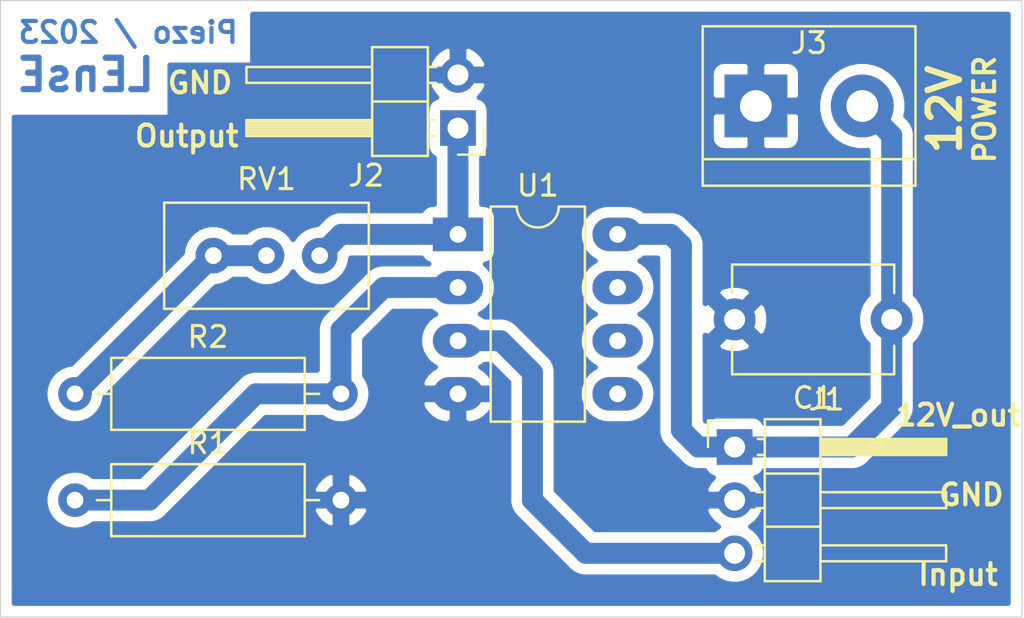
<source format=kicad_pcb>
(kicad_pcb (version 20171130) (host pcbnew "(5.0.1)-4")

  (general
    (thickness 1.6)
    (drawings 13)
    (tracks 26)
    (zones 0)
    (modules 8)
    (nets 7)
  )

  (page A4)
  (layers
    (0 F.Cu signal)
    (31 B.Cu signal)
    (32 B.Adhes user)
    (33 F.Adhes user)
    (34 B.Paste user)
    (35 F.Paste user)
    (36 B.SilkS user)
    (37 F.SilkS user)
    (38 B.Mask user)
    (39 F.Mask user)
    (40 Dwgs.User user)
    (41 Cmts.User user)
    (42 Eco1.User user)
    (43 Eco2.User user)
    (44 Edge.Cuts user)
    (45 Margin user)
    (46 B.CrtYd user)
    (47 F.CrtYd user)
    (48 B.Fab user)
    (49 F.Fab user)
  )

  (setup
    (last_trace_width 0.25)
    (user_trace_width 0.8)
    (user_trace_width 1)
    (trace_clearance 0.2)
    (zone_clearance 0.508)
    (zone_45_only no)
    (trace_min 0.2)
    (segment_width 0.2)
    (edge_width 0.05)
    (via_size 0.8)
    (via_drill 0.4)
    (via_min_size 0.4)
    (via_min_drill 0.3)
    (user_via 1.2 0.7)
    (user_via 1.4 0.8)
    (uvia_size 0.3)
    (uvia_drill 0.1)
    (uvias_allowed no)
    (uvia_min_size 0.2)
    (uvia_min_drill 0.1)
    (pcb_text_width 0.3)
    (pcb_text_size 1.5 1.5)
    (mod_edge_width 0.12)
    (mod_text_size 1 1)
    (mod_text_width 0.15)
    (pad_size 1.7 1.7)
    (pad_drill 0.8)
    (pad_to_mask_clearance 0.05)
    (solder_mask_min_width 0.25)
    (aux_axis_origin 0 0)
    (visible_elements 7FFFFFFF)
    (pcbplotparams
      (layerselection 0x010fc_ffffffff)
      (usegerberextensions false)
      (usegerberattributes true)
      (usegerberadvancedattributes true)
      (creategerberjobfile true)
      (excludeedgelayer true)
      (linewidth 0.100000)
      (plotframeref false)
      (viasonmask false)
      (mode 1)
      (useauxorigin false)
      (hpglpennumber 1)
      (hpglpenspeed 20)
      (hpglpendiameter 15.000000)
      (psnegative false)
      (psa4output false)
      (plotreference true)
      (plotvalue true)
      (plotinvisibletext false)
      (padsonsilk false)
      (subtractmaskfromsilk false)
      (outputformat 1)
      (mirror false)
      (drillshape 0)
      (scaleselection 1)
      (outputdirectory "gerber"))
  )

  (net 0 "")
  (net 1 12V)
  (net 2 GND)
  (net 3 "Net-(J1-Pad3)")
  (net 4 "Net-(J2-Pad1)")
  (net 5 "Net-(R1-Pad1)")
  (net 6 "Net-(R2-Pad1)")

  (net_class Default "This is the default net class."
    (clearance 0.2)
    (trace_width 0.25)
    (via_dia 0.8)
    (via_drill 0.4)
    (uvia_dia 0.3)
    (uvia_drill 0.1)
    (add_net 12V)
    (add_net GND)
    (add_net "Net-(J1-Pad3)")
    (add_net "Net-(J2-Pad1)")
    (add_net "Net-(R1-Pad1)")
    (add_net "Net-(R2-Pad1)")
  )

  (module Capacitor_THT:C_Disc_D7.5mm_W5.0mm_P7.50mm (layer F.Cu) (tedit 5AE50EF0) (tstamp 649E27D9)
    (at 174.632 142.748 180)
    (descr "C, Disc series, Radial, pin pitch=7.50mm, , diameter*width=7.5*5.0mm^2, Capacitor, http://www.vishay.com/docs/28535/vy2series.pdf")
    (tags "C Disc series Radial pin pitch 7.50mm  diameter 7.5mm width 5.0mm Capacitor")
    (path /649DFE7E)
    (fp_text reference C1 (at 3.75 -3.75) (layer F.SilkS)
      (effects (font (size 1 1) (thickness 0.15)))
    )
    (fp_text value 100n (at 3.75 3.75) (layer F.Fab)
      (effects (font (size 1 1) (thickness 0.15)))
    )
    (fp_line (start 8.75 -2.75) (end -1.25 -2.75) (layer F.CrtYd) (width 0.05))
    (fp_line (start 8.75 2.75) (end 8.75 -2.75) (layer F.CrtYd) (width 0.05))
    (fp_line (start -1.25 2.75) (end 8.75 2.75) (layer F.CrtYd) (width 0.05))
    (fp_line (start -1.25 -2.75) (end -1.25 2.75) (layer F.CrtYd) (width 0.05))
    (fp_line (start 7.62 1.256) (end 7.62 2.62) (layer F.SilkS) (width 0.12))
    (fp_line (start 7.62 -2.62) (end 7.62 -1.256) (layer F.SilkS) (width 0.12))
    (fp_line (start -0.12 1.256) (end -0.12 2.62) (layer F.SilkS) (width 0.12))
    (fp_line (start -0.12 -2.62) (end -0.12 -1.256) (layer F.SilkS) (width 0.12))
    (fp_line (start -0.12 2.62) (end 7.62 2.62) (layer F.SilkS) (width 0.12))
    (fp_line (start -0.12 -2.62) (end 7.62 -2.62) (layer F.SilkS) (width 0.12))
    (fp_line (start 7.5 -2.5) (end 0 -2.5) (layer F.Fab) (width 0.1))
    (fp_line (start 7.5 2.5) (end 7.5 -2.5) (layer F.Fab) (width 0.1))
    (fp_line (start 0 2.5) (end 7.5 2.5) (layer F.Fab) (width 0.1))
    (fp_line (start 0 -2.5) (end 0 2.5) (layer F.Fab) (width 0.1))
    (fp_text user %R (at 3.75 0) (layer F.Fab)
      (effects (font (size 1 1) (thickness 0.15)))
    )
    (pad 1 thru_hole circle (at 0 0 180) (size 2 2) (drill 1) (layers *.Cu *.Mask)
      (net 1 12V))
    (pad 2 thru_hole circle (at 7.5 0 180) (size 2 2) (drill 1) (layers *.Cu *.Mask)
      (net 2 GND))
    (model ${KISYS3DMOD}/Capacitor_THT.3dshapes/C_Disc_D7.5mm_W5.0mm_P7.50mm.wrl
      (at (xyz 0 0 0))
      (scale (xyz 1 1 1))
      (rotate (xyz 0 0 0))
    )
  )

  (module Connector_PinHeader_2.54mm:PinHeader_1x03_P2.54mm_Horizontal (layer F.Cu) (tedit 59FED5CB) (tstamp 649E2819)
    (at 167.132 148.844)
    (descr "Through hole angled pin header, 1x03, 2.54mm pitch, 6mm pin length, single row")
    (tags "Through hole angled pin header THT 1x03 2.54mm single row")
    (path /649DC8F3)
    (fp_text reference J1 (at 4.385 -2.27) (layer F.SilkS)
      (effects (font (size 1 1) (thickness 0.15)))
    )
    (fp_text value Nucleo (at 4.385 7.35) (layer F.Fab)
      (effects (font (size 1 1) (thickness 0.15)))
    )
    (fp_line (start 10.55 -1.8) (end -1.8 -1.8) (layer F.CrtYd) (width 0.05))
    (fp_line (start 10.55 6.85) (end 10.55 -1.8) (layer F.CrtYd) (width 0.05))
    (fp_line (start -1.8 6.85) (end 10.55 6.85) (layer F.CrtYd) (width 0.05))
    (fp_line (start -1.8 -1.8) (end -1.8 6.85) (layer F.CrtYd) (width 0.05))
    (fp_line (start -1.27 -1.27) (end 0 -1.27) (layer F.SilkS) (width 0.12))
    (fp_line (start -1.27 0) (end -1.27 -1.27) (layer F.SilkS) (width 0.12))
    (fp_line (start 1.042929 5.46) (end 1.44 5.46) (layer F.SilkS) (width 0.12))
    (fp_line (start 1.042929 4.7) (end 1.44 4.7) (layer F.SilkS) (width 0.12))
    (fp_line (start 10.1 5.46) (end 4.1 5.46) (layer F.SilkS) (width 0.12))
    (fp_line (start 10.1 4.7) (end 10.1 5.46) (layer F.SilkS) (width 0.12))
    (fp_line (start 4.1 4.7) (end 10.1 4.7) (layer F.SilkS) (width 0.12))
    (fp_line (start 1.44 3.81) (end 4.1 3.81) (layer F.SilkS) (width 0.12))
    (fp_line (start 1.042929 2.92) (end 1.44 2.92) (layer F.SilkS) (width 0.12))
    (fp_line (start 1.042929 2.16) (end 1.44 2.16) (layer F.SilkS) (width 0.12))
    (fp_line (start 10.1 2.92) (end 4.1 2.92) (layer F.SilkS) (width 0.12))
    (fp_line (start 10.1 2.16) (end 10.1 2.92) (layer F.SilkS) (width 0.12))
    (fp_line (start 4.1 2.16) (end 10.1 2.16) (layer F.SilkS) (width 0.12))
    (fp_line (start 1.44 1.27) (end 4.1 1.27) (layer F.SilkS) (width 0.12))
    (fp_line (start 1.11 0.38) (end 1.44 0.38) (layer F.SilkS) (width 0.12))
    (fp_line (start 1.11 -0.38) (end 1.44 -0.38) (layer F.SilkS) (width 0.12))
    (fp_line (start 4.1 0.28) (end 10.1 0.28) (layer F.SilkS) (width 0.12))
    (fp_line (start 4.1 0.16) (end 10.1 0.16) (layer F.SilkS) (width 0.12))
    (fp_line (start 4.1 0.04) (end 10.1 0.04) (layer F.SilkS) (width 0.12))
    (fp_line (start 4.1 -0.08) (end 10.1 -0.08) (layer F.SilkS) (width 0.12))
    (fp_line (start 4.1 -0.2) (end 10.1 -0.2) (layer F.SilkS) (width 0.12))
    (fp_line (start 4.1 -0.32) (end 10.1 -0.32) (layer F.SilkS) (width 0.12))
    (fp_line (start 10.1 0.38) (end 4.1 0.38) (layer F.SilkS) (width 0.12))
    (fp_line (start 10.1 -0.38) (end 10.1 0.38) (layer F.SilkS) (width 0.12))
    (fp_line (start 4.1 -0.38) (end 10.1 -0.38) (layer F.SilkS) (width 0.12))
    (fp_line (start 4.1 -1.33) (end 1.44 -1.33) (layer F.SilkS) (width 0.12))
    (fp_line (start 4.1 6.41) (end 4.1 -1.33) (layer F.SilkS) (width 0.12))
    (fp_line (start 1.44 6.41) (end 4.1 6.41) (layer F.SilkS) (width 0.12))
    (fp_line (start 1.44 -1.33) (end 1.44 6.41) (layer F.SilkS) (width 0.12))
    (fp_line (start 4.04 5.4) (end 10.04 5.4) (layer F.Fab) (width 0.1))
    (fp_line (start 10.04 4.76) (end 10.04 5.4) (layer F.Fab) (width 0.1))
    (fp_line (start 4.04 4.76) (end 10.04 4.76) (layer F.Fab) (width 0.1))
    (fp_line (start -0.32 5.4) (end 1.5 5.4) (layer F.Fab) (width 0.1))
    (fp_line (start -0.32 4.76) (end -0.32 5.4) (layer F.Fab) (width 0.1))
    (fp_line (start -0.32 4.76) (end 1.5 4.76) (layer F.Fab) (width 0.1))
    (fp_line (start 4.04 2.86) (end 10.04 2.86) (layer F.Fab) (width 0.1))
    (fp_line (start 10.04 2.22) (end 10.04 2.86) (layer F.Fab) (width 0.1))
    (fp_line (start 4.04 2.22) (end 10.04 2.22) (layer F.Fab) (width 0.1))
    (fp_line (start -0.32 2.86) (end 1.5 2.86) (layer F.Fab) (width 0.1))
    (fp_line (start -0.32 2.22) (end -0.32 2.86) (layer F.Fab) (width 0.1))
    (fp_line (start -0.32 2.22) (end 1.5 2.22) (layer F.Fab) (width 0.1))
    (fp_line (start 4.04 0.32) (end 10.04 0.32) (layer F.Fab) (width 0.1))
    (fp_line (start 10.04 -0.32) (end 10.04 0.32) (layer F.Fab) (width 0.1))
    (fp_line (start 4.04 -0.32) (end 10.04 -0.32) (layer F.Fab) (width 0.1))
    (fp_line (start -0.32 0.32) (end 1.5 0.32) (layer F.Fab) (width 0.1))
    (fp_line (start -0.32 -0.32) (end -0.32 0.32) (layer F.Fab) (width 0.1))
    (fp_line (start -0.32 -0.32) (end 1.5 -0.32) (layer F.Fab) (width 0.1))
    (fp_line (start 1.5 -0.635) (end 2.135 -1.27) (layer F.Fab) (width 0.1))
    (fp_line (start 1.5 6.35) (end 1.5 -0.635) (layer F.Fab) (width 0.1))
    (fp_line (start 4.04 6.35) (end 1.5 6.35) (layer F.Fab) (width 0.1))
    (fp_line (start 4.04 -1.27) (end 4.04 6.35) (layer F.Fab) (width 0.1))
    (fp_line (start 2.135 -1.27) (end 4.04 -1.27) (layer F.Fab) (width 0.1))
    (fp_text user %R (at 2.77 2.54 90) (layer F.Fab)
      (effects (font (size 1 1) (thickness 0.15)))
    )
    (pad 1 thru_hole rect (at 0 0) (size 1.7 1.7) (drill 1) (layers *.Cu *.Mask)
      (net 1 12V))
    (pad 2 thru_hole oval (at 0 2.54) (size 1.7 1.7) (drill 1) (layers *.Cu *.Mask)
      (net 2 GND))
    (pad 3 thru_hole oval (at 0 5.08) (size 1.7 1.7) (drill 1) (layers *.Cu *.Mask)
      (net 3 "Net-(J1-Pad3)"))
    (model ${KISYS3DMOD}/Connector_PinHeader_2.54mm.3dshapes/PinHeader_1x03_P2.54mm_Horizontal.wrl
      (at (xyz 0 0 0))
      (scale (xyz 1 1 1))
      (rotate (xyz 0 0 0))
    )
  )

  (module Connector_PinHeader_2.54mm:PinHeader_1x02_P2.54mm_Horizontal (layer F.Cu) (tedit 59FED5CB) (tstamp 649E284C)
    (at 153.924 133.604 180)
    (descr "Through hole angled pin header, 1x02, 2.54mm pitch, 6mm pin length, single row")
    (tags "Through hole angled pin header THT 1x02 2.54mm single row")
    (path /649E9B7F)
    (fp_text reference J2 (at 4.385 -2.27) (layer F.SilkS)
      (effects (font (size 1 1) (thickness 0.15)))
    )
    (fp_text value Output (at 4.385 4.81) (layer F.Fab)
      (effects (font (size 1 1) (thickness 0.15)))
    )
    (fp_line (start 10.55 -1.8) (end -1.8 -1.8) (layer F.CrtYd) (width 0.05))
    (fp_line (start 10.55 4.35) (end 10.55 -1.8) (layer F.CrtYd) (width 0.05))
    (fp_line (start -1.8 4.35) (end 10.55 4.35) (layer F.CrtYd) (width 0.05))
    (fp_line (start -1.8 -1.8) (end -1.8 4.35) (layer F.CrtYd) (width 0.05))
    (fp_line (start -1.27 -1.27) (end 0 -1.27) (layer F.SilkS) (width 0.12))
    (fp_line (start -1.27 0) (end -1.27 -1.27) (layer F.SilkS) (width 0.12))
    (fp_line (start 1.042929 2.92) (end 1.44 2.92) (layer F.SilkS) (width 0.12))
    (fp_line (start 1.042929 2.16) (end 1.44 2.16) (layer F.SilkS) (width 0.12))
    (fp_line (start 10.1 2.92) (end 4.1 2.92) (layer F.SilkS) (width 0.12))
    (fp_line (start 10.1 2.16) (end 10.1 2.92) (layer F.SilkS) (width 0.12))
    (fp_line (start 4.1 2.16) (end 10.1 2.16) (layer F.SilkS) (width 0.12))
    (fp_line (start 1.44 1.27) (end 4.1 1.27) (layer F.SilkS) (width 0.12))
    (fp_line (start 1.11 0.38) (end 1.44 0.38) (layer F.SilkS) (width 0.12))
    (fp_line (start 1.11 -0.38) (end 1.44 -0.38) (layer F.SilkS) (width 0.12))
    (fp_line (start 4.1 0.28) (end 10.1 0.28) (layer F.SilkS) (width 0.12))
    (fp_line (start 4.1 0.16) (end 10.1 0.16) (layer F.SilkS) (width 0.12))
    (fp_line (start 4.1 0.04) (end 10.1 0.04) (layer F.SilkS) (width 0.12))
    (fp_line (start 4.1 -0.08) (end 10.1 -0.08) (layer F.SilkS) (width 0.12))
    (fp_line (start 4.1 -0.2) (end 10.1 -0.2) (layer F.SilkS) (width 0.12))
    (fp_line (start 4.1 -0.32) (end 10.1 -0.32) (layer F.SilkS) (width 0.12))
    (fp_line (start 10.1 0.38) (end 4.1 0.38) (layer F.SilkS) (width 0.12))
    (fp_line (start 10.1 -0.38) (end 10.1 0.38) (layer F.SilkS) (width 0.12))
    (fp_line (start 4.1 -0.38) (end 10.1 -0.38) (layer F.SilkS) (width 0.12))
    (fp_line (start 4.1 -1.33) (end 1.44 -1.33) (layer F.SilkS) (width 0.12))
    (fp_line (start 4.1 3.87) (end 4.1 -1.33) (layer F.SilkS) (width 0.12))
    (fp_line (start 1.44 3.87) (end 4.1 3.87) (layer F.SilkS) (width 0.12))
    (fp_line (start 1.44 -1.33) (end 1.44 3.87) (layer F.SilkS) (width 0.12))
    (fp_line (start 4.04 2.86) (end 10.04 2.86) (layer F.Fab) (width 0.1))
    (fp_line (start 10.04 2.22) (end 10.04 2.86) (layer F.Fab) (width 0.1))
    (fp_line (start 4.04 2.22) (end 10.04 2.22) (layer F.Fab) (width 0.1))
    (fp_line (start -0.32 2.86) (end 1.5 2.86) (layer F.Fab) (width 0.1))
    (fp_line (start -0.32 2.22) (end -0.32 2.86) (layer F.Fab) (width 0.1))
    (fp_line (start -0.32 2.22) (end 1.5 2.22) (layer F.Fab) (width 0.1))
    (fp_line (start 4.04 0.32) (end 10.04 0.32) (layer F.Fab) (width 0.1))
    (fp_line (start 10.04 -0.32) (end 10.04 0.32) (layer F.Fab) (width 0.1))
    (fp_line (start 4.04 -0.32) (end 10.04 -0.32) (layer F.Fab) (width 0.1))
    (fp_line (start -0.32 0.32) (end 1.5 0.32) (layer F.Fab) (width 0.1))
    (fp_line (start -0.32 -0.32) (end -0.32 0.32) (layer F.Fab) (width 0.1))
    (fp_line (start -0.32 -0.32) (end 1.5 -0.32) (layer F.Fab) (width 0.1))
    (fp_line (start 1.5 -0.635) (end 2.135 -1.27) (layer F.Fab) (width 0.1))
    (fp_line (start 1.5 3.81) (end 1.5 -0.635) (layer F.Fab) (width 0.1))
    (fp_line (start 4.04 3.81) (end 1.5 3.81) (layer F.Fab) (width 0.1))
    (fp_line (start 4.04 -1.27) (end 4.04 3.81) (layer F.Fab) (width 0.1))
    (fp_line (start 2.135 -1.27) (end 4.04 -1.27) (layer F.Fab) (width 0.1))
    (fp_text user %R (at 2.746999 1.374999 90) (layer F.Fab)
      (effects (font (size 1 1) (thickness 0.15)))
    )
    (pad 1 thru_hole rect (at 0 0 180) (size 1.7 1.7) (drill 1) (layers *.Cu *.Mask)
      (net 4 "Net-(J2-Pad1)"))
    (pad 2 thru_hole oval (at 0 2.54 180) (size 1.7 1.7) (drill 1) (layers *.Cu *.Mask)
      (net 2 GND))
    (model ${KISYS3DMOD}/Connector_PinHeader_2.54mm.3dshapes/PinHeader_1x02_P2.54mm_Horizontal.wrl
      (at (xyz 0 0 0))
      (scale (xyz 1 1 1))
      (rotate (xyz 0 0 0))
    )
  )

  (module TerminalBlock:TerminalBlock_bornier-2_P5.08mm (layer F.Cu) (tedit 59FF03AB) (tstamp 649E2861)
    (at 168.148 132.549001)
    (descr "simple 2-pin terminal block, pitch 5.08mm, revamped version of bornier2")
    (tags "terminal block bornier2")
    (path /649E8DAA)
    (fp_text reference J3 (at 2.54 -3.009001) (layer F.SilkS)
      (effects (font (size 1 1) (thickness 0.15)))
    )
    (fp_text value POWER_IN_12V (at 2.54 5.08) (layer F.Fab)
      (effects (font (size 1 1) (thickness 0.15)))
    )
    (fp_line (start 7.79 4) (end -2.71 4) (layer F.CrtYd) (width 0.05))
    (fp_line (start 7.79 4) (end 7.79 -4) (layer F.CrtYd) (width 0.05))
    (fp_line (start -2.71 -4) (end -2.71 4) (layer F.CrtYd) (width 0.05))
    (fp_line (start -2.71 -4) (end 7.79 -4) (layer F.CrtYd) (width 0.05))
    (fp_line (start -2.54 3.81) (end 7.62 3.81) (layer F.SilkS) (width 0.12))
    (fp_line (start -2.54 -3.81) (end -2.54 3.81) (layer F.SilkS) (width 0.12))
    (fp_line (start 7.62 -3.81) (end -2.54 -3.81) (layer F.SilkS) (width 0.12))
    (fp_line (start 7.62 3.81) (end 7.62 -3.81) (layer F.SilkS) (width 0.12))
    (fp_line (start 7.62 2.54) (end -2.54 2.54) (layer F.SilkS) (width 0.12))
    (fp_line (start 7.54 -3.75) (end -2.46 -3.75) (layer F.Fab) (width 0.1))
    (fp_line (start 7.54 3.75) (end 7.54 -3.75) (layer F.Fab) (width 0.1))
    (fp_line (start -2.46 3.75) (end 7.54 3.75) (layer F.Fab) (width 0.1))
    (fp_line (start -2.46 -3.75) (end -2.46 3.75) (layer F.Fab) (width 0.1))
    (fp_line (start -2.41 2.55) (end 7.49 2.55) (layer F.Fab) (width 0.1))
    (fp_text user %R (at 2.54 0) (layer F.Fab)
      (effects (font (size 1 1) (thickness 0.15)))
    )
    (pad 1 thru_hole rect (at 0 0) (size 3 3) (drill 1.52) (layers *.Cu *.Mask)
      (net 2 GND))
    (pad 2 thru_hole circle (at 5.08 0) (size 3 3) (drill 1.52) (layers *.Cu *.Mask)
      (net 1 12V))
    (model ${KISYS3DMOD}/TerminalBlock.3dshapes/TerminalBlock_bornier-2_P5.08mm.wrl
      (offset (xyz 2.539999961853027 0 0))
      (scale (xyz 1 1 1))
      (rotate (xyz 0 0 0))
    )
  )

  (module Resistor_THT:R_Axial_DIN0309_L9.0mm_D3.2mm_P12.70mm_Horizontal (layer F.Cu) (tedit 5AE5139B) (tstamp 649E2878)
    (at 135.636 151.384)
    (descr "Resistor, Axial_DIN0309 series, Axial, Horizontal, pin pitch=12.7mm, 0.5W = 1/2W, length*diameter=9*3.2mm^2, http://cdn-reichelt.de/documents/datenblatt/B400/1_4W%23YAG.pdf")
    (tags "Resistor Axial_DIN0309 series Axial Horizontal pin pitch 12.7mm 0.5W = 1/2W length 9mm diameter 3.2mm")
    (path /649DEB9B)
    (fp_text reference R1 (at 6.35 -2.72) (layer F.SilkS)
      (effects (font (size 1 1) (thickness 0.15)))
    )
    (fp_text value 56k (at 6.35 2.696999) (layer F.Fab)
      (effects (font (size 1 1) (thickness 0.15)))
    )
    (fp_line (start 13.75 -1.85) (end -1.05 -1.85) (layer F.CrtYd) (width 0.05))
    (fp_line (start 13.75 1.85) (end 13.75 -1.85) (layer F.CrtYd) (width 0.05))
    (fp_line (start -1.05 1.85) (end 13.75 1.85) (layer F.CrtYd) (width 0.05))
    (fp_line (start -1.05 -1.85) (end -1.05 1.85) (layer F.CrtYd) (width 0.05))
    (fp_line (start 11.66 0) (end 10.97 0) (layer F.SilkS) (width 0.12))
    (fp_line (start 1.04 0) (end 1.73 0) (layer F.SilkS) (width 0.12))
    (fp_line (start 10.97 -1.72) (end 1.73 -1.72) (layer F.SilkS) (width 0.12))
    (fp_line (start 10.97 1.72) (end 10.97 -1.72) (layer F.SilkS) (width 0.12))
    (fp_line (start 1.73 1.72) (end 10.97 1.72) (layer F.SilkS) (width 0.12))
    (fp_line (start 1.73 -1.72) (end 1.73 1.72) (layer F.SilkS) (width 0.12))
    (fp_line (start 12.7 0) (end 10.85 0) (layer F.Fab) (width 0.1))
    (fp_line (start 0 0) (end 1.85 0) (layer F.Fab) (width 0.1))
    (fp_line (start 10.85 -1.6) (end 1.85 -1.6) (layer F.Fab) (width 0.1))
    (fp_line (start 10.85 1.6) (end 10.85 -1.6) (layer F.Fab) (width 0.1))
    (fp_line (start 1.85 1.6) (end 10.85 1.6) (layer F.Fab) (width 0.1))
    (fp_line (start 1.85 -1.6) (end 1.85 1.6) (layer F.Fab) (width 0.1))
    (fp_text user %R (at 6.35 0) (layer F.Fab)
      (effects (font (size 1 1) (thickness 0.15)))
    )
    (pad 1 thru_hole circle (at 0 0) (size 1.6 1.6) (drill 0.8) (layers *.Cu *.Mask)
      (net 5 "Net-(R1-Pad1)"))
    (pad 2 thru_hole oval (at 12.7 0) (size 1.6 1.6) (drill 0.8) (layers *.Cu *.Mask)
      (net 2 GND))
    (model ${KISYS3DMOD}/Resistor_THT.3dshapes/R_Axial_DIN0309_L9.0mm_D3.2mm_P12.70mm_Horizontal.wrl
      (at (xyz 0 0 0))
      (scale (xyz 1 1 1))
      (rotate (xyz 0 0 0))
    )
  )

  (module Resistor_THT:R_Axial_DIN0309_L9.0mm_D3.2mm_P12.70mm_Horizontal (layer F.Cu) (tedit 5AE5139B) (tstamp 649E288F)
    (at 135.636 146.304)
    (descr "Resistor, Axial_DIN0309 series, Axial, Horizontal, pin pitch=12.7mm, 0.5W = 1/2W, length*diameter=9*3.2mm^2, http://cdn-reichelt.de/documents/datenblatt/B400/1_4W%23YAG.pdf")
    (tags "Resistor Axial_DIN0309 series Axial Horizontal pin pitch 12.7mm 0.5W = 1/2W length 9mm diameter 3.2mm")
    (path /649DF027)
    (fp_text reference R2 (at 6.35 -2.72) (layer F.SilkS)
      (effects (font (size 1 1) (thickness 0.15)))
    )
    (fp_text value 100k (at 6.35 2.72) (layer F.Fab)
      (effects (font (size 1 1) (thickness 0.15)))
    )
    (fp_text user %R (at 6.35 0) (layer F.Fab)
      (effects (font (size 1 1) (thickness 0.15)))
    )
    (fp_line (start 1.85 -1.6) (end 1.85 1.6) (layer F.Fab) (width 0.1))
    (fp_line (start 1.85 1.6) (end 10.85 1.6) (layer F.Fab) (width 0.1))
    (fp_line (start 10.85 1.6) (end 10.85 -1.6) (layer F.Fab) (width 0.1))
    (fp_line (start 10.85 -1.6) (end 1.85 -1.6) (layer F.Fab) (width 0.1))
    (fp_line (start 0 0) (end 1.85 0) (layer F.Fab) (width 0.1))
    (fp_line (start 12.7 0) (end 10.85 0) (layer F.Fab) (width 0.1))
    (fp_line (start 1.73 -1.72) (end 1.73 1.72) (layer F.SilkS) (width 0.12))
    (fp_line (start 1.73 1.72) (end 10.97 1.72) (layer F.SilkS) (width 0.12))
    (fp_line (start 10.97 1.72) (end 10.97 -1.72) (layer F.SilkS) (width 0.12))
    (fp_line (start 10.97 -1.72) (end 1.73 -1.72) (layer F.SilkS) (width 0.12))
    (fp_line (start 1.04 0) (end 1.73 0) (layer F.SilkS) (width 0.12))
    (fp_line (start 11.66 0) (end 10.97 0) (layer F.SilkS) (width 0.12))
    (fp_line (start -1.05 -1.85) (end -1.05 1.85) (layer F.CrtYd) (width 0.05))
    (fp_line (start -1.05 1.85) (end 13.75 1.85) (layer F.CrtYd) (width 0.05))
    (fp_line (start 13.75 1.85) (end 13.75 -1.85) (layer F.CrtYd) (width 0.05))
    (fp_line (start 13.75 -1.85) (end -1.05 -1.85) (layer F.CrtYd) (width 0.05))
    (pad 2 thru_hole oval (at 12.7 0) (size 1.6 1.6) (drill 0.8) (layers *.Cu *.Mask)
      (net 5 "Net-(R1-Pad1)"))
    (pad 1 thru_hole circle (at 0 0) (size 1.6 1.6) (drill 0.8) (layers *.Cu *.Mask)
      (net 6 "Net-(R2-Pad1)"))
    (model ${KISYS3DMOD}/Resistor_THT.3dshapes/R_Axial_DIN0309_L9.0mm_D3.2mm_P12.70mm_Horizontal.wrl
      (at (xyz 0 0 0))
      (scale (xyz 1 1 1))
      (rotate (xyz 0 0 0))
    )
  )

  (module Potentiometer_THT:Potentiometer_Bourns_3296W_Vertical (layer F.Cu) (tedit 649DBE8F) (tstamp 649E28A6)
    (at 147.32 139.7)
    (descr "Potentiometer, vertical, Bourns 3296W, https://www.bourns.com/pdfs/3296.pdf")
    (tags "Potentiometer vertical Bourns 3296W")
    (path /649DF777)
    (fp_text reference RV1 (at -2.54 -3.66) (layer F.SilkS)
      (effects (font (size 1 1) (thickness 0.15)))
    )
    (fp_text value "47k Multi" (at -2.54 3.67) (layer F.Fab)
      (effects (font (size 1 1) (thickness 0.15)))
    )
    (fp_line (start 2.5 -2.7) (end -7.6 -2.7) (layer F.CrtYd) (width 0.05))
    (fp_line (start 2.5 2.7) (end 2.5 -2.7) (layer F.CrtYd) (width 0.05))
    (fp_line (start -7.6 2.7) (end 2.5 2.7) (layer F.CrtYd) (width 0.05))
    (fp_line (start -7.6 -2.7) (end -7.6 2.7) (layer F.CrtYd) (width 0.05))
    (fp_line (start 2.345 -2.53) (end 2.345 2.54) (layer F.SilkS) (width 0.12))
    (fp_line (start -7.425 -2.53) (end -7.425 2.54) (layer F.SilkS) (width 0.12))
    (fp_line (start -7.425 2.54) (end 2.345 2.54) (layer F.SilkS) (width 0.12))
    (fp_line (start -7.425 -2.53) (end 2.345 -2.53) (layer F.SilkS) (width 0.12))
    (fp_line (start 0.955 2.235) (end 0.956 0.066) (layer F.Fab) (width 0.1))
    (fp_line (start 0.955 2.235) (end 0.956 0.066) (layer F.Fab) (width 0.1))
    (fp_line (start 2.225 -2.41) (end -7.305 -2.41) (layer F.Fab) (width 0.1))
    (fp_line (start 2.225 2.42) (end 2.225 -2.41) (layer F.Fab) (width 0.1))
    (fp_line (start -7.305 2.42) (end 2.225 2.42) (layer F.Fab) (width 0.1))
    (fp_line (start -7.305 -2.41) (end -7.305 2.42) (layer F.Fab) (width 0.1))
    (fp_circle (center 0.955 1.15) (end 2.05 1.15) (layer F.Fab) (width 0.1))
    (fp_text user %R (at -3.175 0.005) (layer F.Fab)
      (effects (font (size 1 1) (thickness 0.15)))
    )
    (pad 1 thru_hole circle (at 0 0) (size 1.7 1.7) (drill 0.8) (layers *.Cu *.Mask)
      (net 4 "Net-(J2-Pad1)"))
    (pad 2 thru_hole circle (at -2.54 0) (size 1.7 1.7) (drill 0.8) (layers *.Cu *.Mask)
      (net 6 "Net-(R2-Pad1)"))
    (pad 3 thru_hole circle (at -5.08 0) (size 1.7 1.7) (drill 0.8) (layers *.Cu *.Mask)
      (net 6 "Net-(R2-Pad1)"))
    (model ${KISYS3DMOD}/Potentiometer_THT.3dshapes/Potentiometer_Bourns_3296W_Vertical.wrl
      (at (xyz 0 0 0))
      (scale (xyz 1 1 1))
      (rotate (xyz 0 0 0))
    )
  )

  (module Package_DIP:DIP-8_W7.62mm_LongPads (layer F.Cu) (tedit 5A02E8C5) (tstamp 649E28C2)
    (at 153.924 138.684)
    (descr "8-lead though-hole mounted DIP package, row spacing 7.62 mm (300 mils), LongPads")
    (tags "THT DIP DIL PDIP 2.54mm 7.62mm 300mil LongPads")
    (path /649E1CCE)
    (fp_text reference U1 (at 3.81 -2.33) (layer F.SilkS)
      (effects (font (size 1 1) (thickness 0.15)))
    )
    (fp_text value LM358 (at 3.81 9.95) (layer F.Fab)
      (effects (font (size 1 1) (thickness 0.15)))
    )
    (fp_line (start 9.1 -1.55) (end -1.45 -1.55) (layer F.CrtYd) (width 0.05))
    (fp_line (start 9.1 9.15) (end 9.1 -1.55) (layer F.CrtYd) (width 0.05))
    (fp_line (start -1.45 9.15) (end 9.1 9.15) (layer F.CrtYd) (width 0.05))
    (fp_line (start -1.45 -1.55) (end -1.45 9.15) (layer F.CrtYd) (width 0.05))
    (fp_line (start 6.06 -1.33) (end 4.81 -1.33) (layer F.SilkS) (width 0.12))
    (fp_line (start 6.06 8.95) (end 6.06 -1.33) (layer F.SilkS) (width 0.12))
    (fp_line (start 1.56 8.95) (end 6.06 8.95) (layer F.SilkS) (width 0.12))
    (fp_line (start 1.56 -1.33) (end 1.56 8.95) (layer F.SilkS) (width 0.12))
    (fp_line (start 2.81 -1.33) (end 1.56 -1.33) (layer F.SilkS) (width 0.12))
    (fp_line (start 0.635 -0.27) (end 1.635 -1.27) (layer F.Fab) (width 0.1))
    (fp_line (start 0.635 8.89) (end 0.635 -0.27) (layer F.Fab) (width 0.1))
    (fp_line (start 6.985 8.89) (end 0.635 8.89) (layer F.Fab) (width 0.1))
    (fp_line (start 6.985 -1.27) (end 6.985 8.89) (layer F.Fab) (width 0.1))
    (fp_line (start 1.635 -1.27) (end 6.985 -1.27) (layer F.Fab) (width 0.1))
    (fp_arc (start 3.81 -1.33) (end 2.81 -1.33) (angle -180) (layer F.SilkS) (width 0.12))
    (fp_text user %R (at 3.81 3.81) (layer F.Fab)
      (effects (font (size 1 1) (thickness 0.15)))
    )
    (pad 1 thru_hole rect (at 0 0) (size 2.4 1.6) (drill 0.8) (layers *.Cu *.Mask)
      (net 4 "Net-(J2-Pad1)"))
    (pad 5 thru_hole oval (at 7.62 7.62) (size 2.4 1.6) (drill 0.8) (layers *.Cu *.Mask))
    (pad 2 thru_hole oval (at 0 2.54) (size 2.4 1.6) (drill 0.8) (layers *.Cu *.Mask)
      (net 5 "Net-(R1-Pad1)"))
    (pad 6 thru_hole oval (at 7.62 5.08) (size 2.4 1.6) (drill 0.8) (layers *.Cu *.Mask))
    (pad 3 thru_hole oval (at 0 5.08) (size 2.4 1.6) (drill 0.8) (layers *.Cu *.Mask)
      (net 3 "Net-(J1-Pad3)"))
    (pad 7 thru_hole oval (at 7.62 2.54) (size 2.4 1.6) (drill 0.8) (layers *.Cu *.Mask))
    (pad 4 thru_hole oval (at 0 7.62) (size 2.4 1.6) (drill 0.8) (layers *.Cu *.Mask)
      (net 2 GND))
    (pad 8 thru_hole oval (at 7.62 0) (size 2.4 1.6) (drill 0.8) (layers *.Cu *.Mask)
      (net 1 12V))
    (model ${KISYS3DMOD}/Package_DIP.3dshapes/DIP-8_W7.62mm.wrl
      (at (xyz 0 0 0))
      (scale (xyz 1 1 1))
      (rotate (xyz 0 0 0))
    )
  )

  (gr_text 12V (at 177.165 132.715 90) (layer F.SilkS)
    (effects (font (size 1.5 1.5) (thickness 0.3)))
  )
  (gr_text POWER (at 179.07 132.715 90) (layer F.SilkS)
    (effects (font (size 1 1) (thickness 0.2)))
  )
  (gr_text GND (at 141.605 131.445) (layer F.SilkS)
    (effects (font (size 1 1) (thickness 0.2)))
  )
  (gr_text Output (at 140.97 133.985) (layer F.SilkS)
    (effects (font (size 1 1) (thickness 0.2)))
  )
  (gr_text Input (at 177.8 154.94) (layer F.SilkS)
    (effects (font (size 1 1) (thickness 0.2)))
  )
  (gr_text GND (at 178.435 151.13) (layer F.SilkS)
    (effects (font (size 1 1) (thickness 0.2)))
  )
  (gr_text 12V_out (at 177.8 147.32) (layer F.SilkS)
    (effects (font (size 1 1) (thickness 0.2)))
  )
  (gr_text LEnsE (at 136.144 131.064) (layer B.Cu)
    (effects (font (size 1.5 1.5) (thickness 0.3)) (justify mirror))
  )
  (gr_text "Piezo / 2023" (at 138.176 129.032) (layer B.Cu)
    (effects (font (size 1 1) (thickness 0.2)) (justify mirror))
  )
  (gr_line (start 132.08 156.972) (end 132.08 127.508) (layer Edge.Cuts) (width 0.05) (tstamp 649E34E7))
  (gr_line (start 180.848 156.972) (end 132.08 156.972) (layer Edge.Cuts) (width 0.05))
  (gr_line (start 180.848 127.508) (end 180.848 156.972) (layer Edge.Cuts) (width 0.05))
  (gr_line (start 132.08 127.508) (end 180.848 127.508) (layer Edge.Cuts) (width 0.05))

  (segment (start 174.632 133.953001) (end 173.228 132.549001) (width 1) (layer B.Cu) (net 1))
  (segment (start 174.632 142.748) (end 174.632 133.953001) (width 1) (layer B.Cu) (net 1))
  (segment (start 161.544 138.684) (end 164.084 138.684) (width 1) (layer B.Cu) (net 1))
  (segment (start 164.084 138.684) (end 164.592 139.192) (width 1) (layer B.Cu) (net 1))
  (segment (start 165.398 148.844) (end 167.132 148.844) (width 1) (layer B.Cu) (net 1))
  (segment (start 164.592 148.038) (end 165.398 148.844) (width 1) (layer B.Cu) (net 1))
  (segment (start 164.592 139.192) (end 164.592 148.038) (width 1) (layer B.Cu) (net 1))
  (segment (start 167.132 148.844) (end 172.72 148.844) (width 1) (layer B.Cu) (net 1))
  (segment (start 174.632 146.932) (end 174.632 142.748) (width 1) (layer B.Cu) (net 1))
  (segment (start 172.72 148.844) (end 174.632 146.932) (width 1) (layer B.Cu) (net 1))
  (segment (start 157.48 151.384) (end 160.02 153.924) (width 1) (layer B.Cu) (net 3))
  (segment (start 157.48 145.288) (end 157.48 151.384) (width 1) (layer B.Cu) (net 3))
  (segment (start 153.924 143.764) (end 155.956 143.764) (width 1) (layer B.Cu) (net 3))
  (segment (start 160.02 153.924) (end 167.132 153.924) (width 1) (layer B.Cu) (net 3))
  (segment (start 155.956 143.764) (end 157.48 145.288) (width 1) (layer B.Cu) (net 3))
  (segment (start 153.924 133.604) (end 153.924 138.684) (width 1) (layer B.Cu) (net 4))
  (segment (start 147.32 139.7) (end 148.336 138.684) (width 1) (layer B.Cu) (net 4))
  (segment (start 148.336 138.684) (end 153.924 138.684) (width 1) (layer B.Cu) (net 4))
  (segment (start 135.636 151.384) (end 139.192 151.384) (width 1) (layer B.Cu) (net 5))
  (segment (start 144.272 146.304) (end 148.336 146.304) (width 1) (layer B.Cu) (net 5))
  (segment (start 139.192 151.384) (end 144.272 146.304) (width 1) (layer B.Cu) (net 5))
  (segment (start 148.336 146.304) (end 148.336 143.256) (width 1) (layer B.Cu) (net 5))
  (segment (start 150.368 141.224) (end 153.924 141.224) (width 1) (layer B.Cu) (net 5))
  (segment (start 148.336 143.256) (end 150.368 141.224) (width 1) (layer B.Cu) (net 5))
  (segment (start 144.78 139.7) (end 142.24 139.7) (width 1) (layer B.Cu) (net 6))
  (segment (start 135.636 146.304) (end 142.24 139.7) (width 1) (layer B.Cu) (net 6))

  (zone (net 2) (net_name GND) (layer B.Cu) (tstamp 649E35DC) (hatch edge 0.508)
    (connect_pads (clearance 0.508))
    (min_thickness 0.254)
    (fill yes (arc_segments 32) (thermal_gap 0.508) (thermal_bridge_width 0.8))
    (polygon
      (pts
        (xy 180.848 127.508) (xy 180.848 156.972) (xy 132.08 156.972) (xy 132.08 127.508)
      )
    )
    (filled_polygon
      (pts
        (xy 180.188001 156.312) (xy 132.74 156.312) (xy 132.74 146.162665) (xy 134.201 146.162665) (xy 134.201 146.445335)
        (xy 134.256147 146.722574) (xy 134.36432 146.983727) (xy 134.521363 147.218759) (xy 134.721241 147.418637) (xy 134.956273 147.57568)
        (xy 135.217426 147.683853) (xy 135.494665 147.739) (xy 135.777335 147.739) (xy 136.054574 147.683853) (xy 136.315727 147.57568)
        (xy 136.550759 147.418637) (xy 136.750637 147.218759) (xy 136.90768 146.983727) (xy 137.015853 146.722574) (xy 137.06385 146.481281)
        (xy 142.360132 141.185) (xy 142.38626 141.185) (xy 142.673158 141.127932) (xy 142.943411 141.01599) (xy 143.186632 140.853475)
        (xy 143.205107 140.835) (xy 143.814893 140.835) (xy 143.833368 140.853475) (xy 144.076589 141.01599) (xy 144.346842 141.127932)
        (xy 144.63374 141.185) (xy 144.92626 141.185) (xy 145.213158 141.127932) (xy 145.483411 141.01599) (xy 145.726632 140.853475)
        (xy 145.933475 140.646632) (xy 146.05 140.47224) (xy 146.166525 140.646632) (xy 146.373368 140.853475) (xy 146.616589 141.01599)
        (xy 146.886842 141.127932) (xy 147.17374 141.185) (xy 147.46626 141.185) (xy 147.753158 141.127932) (xy 148.023411 141.01599)
        (xy 148.266632 140.853475) (xy 148.473475 140.646632) (xy 148.63599 140.403411) (xy 148.747932 140.133158) (xy 148.805 139.84626)
        (xy 148.805 139.820132) (xy 148.806132 139.819) (xy 152.183043 139.819) (xy 152.193463 139.838494) (xy 152.272815 139.935185)
        (xy 152.369506 140.014537) (xy 152.47982 140.073502) (xy 152.53091 140.089) (xy 150.423751 140.089) (xy 150.368 140.083509)
        (xy 150.312248 140.089) (xy 150.145501 140.105423) (xy 149.931553 140.170324) (xy 149.734377 140.275716) (xy 149.561551 140.417551)
        (xy 149.526009 140.460859) (xy 147.57286 142.414009) (xy 147.529552 142.449551) (xy 147.387717 142.622377) (xy 147.340709 142.710324)
        (xy 147.282324 142.819554) (xy 147.217423 143.033502) (xy 147.195509 143.256) (xy 147.201001 143.311761) (xy 147.201 145.169)
        (xy 144.327751 145.169) (xy 144.272 145.163509) (xy 144.216248 145.169) (xy 144.049501 145.185423) (xy 143.835553 145.250324)
        (xy 143.638377 145.355716) (xy 143.465551 145.497551) (xy 143.430011 145.540857) (xy 138.721869 150.249) (xy 136.520284 150.249)
        (xy 136.315727 150.11232) (xy 136.054574 150.004147) (xy 135.777335 149.949) (xy 135.494665 149.949) (xy 135.217426 150.004147)
        (xy 134.956273 150.11232) (xy 134.721241 150.269363) (xy 134.521363 150.469241) (xy 134.36432 150.704273) (xy 134.256147 150.965426)
        (xy 134.201 151.242665) (xy 134.201 151.525335) (xy 134.256147 151.802574) (xy 134.36432 152.063727) (xy 134.521363 152.298759)
        (xy 134.721241 152.498637) (xy 134.956273 152.65568) (xy 135.217426 152.763853) (xy 135.494665 152.819) (xy 135.777335 152.819)
        (xy 136.054574 152.763853) (xy 136.315727 152.65568) (xy 136.520284 152.519) (xy 139.136249 152.519) (xy 139.192 152.524491)
        (xy 139.247751 152.519) (xy 139.247752 152.519) (xy 139.414499 152.502577) (xy 139.628447 152.437676) (xy 139.825623 152.332284)
        (xy 139.998449 152.190449) (xy 140.033996 152.147135) (xy 140.307108 151.874023) (xy 146.987259 151.874023) (xy 147.03579 151.991212)
        (xy 147.179234 152.233203) (xy 147.367132 152.44256) (xy 147.592263 152.611237) (xy 147.845976 152.732752) (xy 148.063 152.634053)
        (xy 148.063 151.657) (xy 148.609 151.657) (xy 148.609 152.634053) (xy 148.826024 152.732752) (xy 149.079737 152.611237)
        (xy 149.304868 152.44256) (xy 149.492766 152.233203) (xy 149.63621 151.991212) (xy 149.684741 151.874023) (xy 149.58271 151.657)
        (xy 148.609 151.657) (xy 148.063 151.657) (xy 147.08929 151.657) (xy 146.987259 151.874023) (xy 140.307108 151.874023)
        (xy 141.287154 150.893977) (xy 146.987259 150.893977) (xy 147.08929 151.111) (xy 148.063 151.111) (xy 148.063 150.133947)
        (xy 148.609 150.133947) (xy 148.609 151.111) (xy 149.58271 151.111) (xy 149.684741 150.893977) (xy 149.63621 150.776788)
        (xy 149.492766 150.534797) (xy 149.304868 150.32544) (xy 149.079737 150.156763) (xy 148.826024 150.035248) (xy 148.609 150.133947)
        (xy 148.063 150.133947) (xy 147.845976 150.035248) (xy 147.592263 150.156763) (xy 147.367132 150.32544) (xy 147.179234 150.534797)
        (xy 147.03579 150.776788) (xy 146.987259 150.893977) (xy 141.287154 150.893977) (xy 144.742132 147.439) (xy 147.451716 147.439)
        (xy 147.656273 147.57568) (xy 147.917426 147.683853) (xy 148.194665 147.739) (xy 148.477335 147.739) (xy 148.754574 147.683853)
        (xy 149.015727 147.57568) (xy 149.250759 147.418637) (xy 149.450637 147.218759) (xy 149.60768 146.983727) (xy 149.686257 146.794023)
        (xy 152.175259 146.794023) (xy 152.263064 147.025145) (xy 152.427981 147.257285) (xy 152.635017 147.452791) (xy 152.876217 147.604149)
        (xy 153.14231 147.705543) (xy 153.423072 147.753077) (xy 153.651 147.592275) (xy 153.651 146.577) (xy 154.197 146.577)
        (xy 154.197 147.592275) (xy 154.424928 147.753077) (xy 154.70569 147.705543) (xy 154.971783 147.604149) (xy 155.212983 147.452791)
        (xy 155.420019 147.257285) (xy 155.584936 147.025145) (xy 155.672741 146.794023) (xy 155.57071 146.577) (xy 154.197 146.577)
        (xy 153.651 146.577) (xy 152.27729 146.577) (xy 152.175259 146.794023) (xy 149.686257 146.794023) (xy 149.715853 146.722574)
        (xy 149.771 146.445335) (xy 149.771 146.162665) (xy 149.715853 145.885426) (xy 149.60768 145.624273) (xy 149.471 145.419716)
        (xy 149.471 143.726131) (xy 150.838132 142.359) (xy 152.644998 142.359) (xy 152.722899 142.422932) (xy 152.855858 142.494)
        (xy 152.722899 142.565068) (xy 152.504392 142.744392) (xy 152.325068 142.962899) (xy 152.191818 143.212192) (xy 152.109764 143.482691)
        (xy 152.082057 143.764) (xy 152.109764 144.045309) (xy 152.191818 144.315808) (xy 152.325068 144.565101) (xy 152.504392 144.783608)
        (xy 152.722899 144.962932) (xy 152.840907 145.026009) (xy 152.635017 145.155209) (xy 152.427981 145.350715) (xy 152.263064 145.582855)
        (xy 152.175259 145.813977) (xy 152.27729 146.031) (xy 153.651 146.031) (xy 153.651 146.011) (xy 154.197 146.011)
        (xy 154.197 146.031) (xy 155.57071 146.031) (xy 155.672741 145.813977) (xy 155.584936 145.582855) (xy 155.420019 145.350715)
        (xy 155.212983 145.155209) (xy 155.007093 145.026009) (xy 155.125101 144.962932) (xy 155.203002 144.899) (xy 155.485869 144.899)
        (xy 156.345 145.758132) (xy 156.345001 151.328239) (xy 156.339509 151.384) (xy 156.361423 151.606498) (xy 156.426324 151.820446)
        (xy 156.475384 151.91223) (xy 156.531717 152.017623) (xy 156.673552 152.190449) (xy 156.71686 152.225991) (xy 159.178009 154.687141)
        (xy 159.213551 154.730449) (xy 159.386377 154.872284) (xy 159.583553 154.977676) (xy 159.797501 155.042577) (xy 159.964248 155.059)
        (xy 159.964257 155.059) (xy 160.019999 155.06449) (xy 160.075741 155.059) (xy 166.166893 155.059) (xy 166.185368 155.077475)
        (xy 166.428589 155.23999) (xy 166.698842 155.351932) (xy 166.98574 155.409) (xy 167.27826 155.409) (xy 167.565158 155.351932)
        (xy 167.835411 155.23999) (xy 168.078632 155.077475) (xy 168.285475 154.870632) (xy 168.44799 154.627411) (xy 168.559932 154.357158)
        (xy 168.617 154.07026) (xy 168.617 153.77774) (xy 168.559932 153.490842) (xy 168.44799 153.220589) (xy 168.285475 152.977368)
        (xy 168.078632 152.770525) (xy 167.902067 152.652548) (xy 168.127462 152.485958) (xy 168.323316 152.270579) (xy 168.473388 152.021129)
        (xy 168.531012 151.881985) (xy 168.429848 151.657) (xy 167.405 151.657) (xy 167.405 151.677) (xy 166.859 151.677)
        (xy 166.859 151.657) (xy 165.834152 151.657) (xy 165.732988 151.881985) (xy 165.790612 152.021129) (xy 165.940684 152.270579)
        (xy 166.136538 152.485958) (xy 166.361933 152.652548) (xy 166.185368 152.770525) (xy 166.166893 152.789) (xy 160.490132 152.789)
        (xy 158.615 150.913869) (xy 158.615 145.343741) (xy 158.62049 145.287999) (xy 158.615 145.232257) (xy 158.615 145.232248)
        (xy 158.598577 145.065501) (xy 158.533676 144.851553) (xy 158.428284 144.654377) (xy 158.286449 144.481551) (xy 158.24314 144.446009)
        (xy 156.797996 143.000865) (xy 156.762449 142.957551) (xy 156.589623 142.815716) (xy 156.392447 142.710324) (xy 156.178499 142.645423)
        (xy 156.011752 142.629) (xy 156.011751 142.629) (xy 155.956 142.623509) (xy 155.900249 142.629) (xy 155.203002 142.629)
        (xy 155.125101 142.565068) (xy 154.992142 142.494) (xy 155.125101 142.422932) (xy 155.343608 142.243608) (xy 155.522932 142.025101)
        (xy 155.656182 141.775808) (xy 155.738236 141.505309) (xy 155.765943 141.224) (xy 155.738236 140.942691) (xy 155.656182 140.672192)
        (xy 155.522932 140.422899) (xy 155.343608 140.204392) (xy 155.230518 140.111581) (xy 155.248482 140.109812) (xy 155.36818 140.073502)
        (xy 155.478494 140.014537) (xy 155.575185 139.935185) (xy 155.654537 139.838494) (xy 155.713502 139.72818) (xy 155.749812 139.608482)
        (xy 155.762072 139.484) (xy 155.762072 138.684) (xy 159.702057 138.684) (xy 159.729764 138.965309) (xy 159.811818 139.235808)
        (xy 159.945068 139.485101) (xy 160.124392 139.703608) (xy 160.342899 139.882932) (xy 160.475858 139.954) (xy 160.342899 140.025068)
        (xy 160.124392 140.204392) (xy 159.945068 140.422899) (xy 159.811818 140.672192) (xy 159.729764 140.942691) (xy 159.702057 141.224)
        (xy 159.729764 141.505309) (xy 159.811818 141.775808) (xy 159.945068 142.025101) (xy 160.124392 142.243608) (xy 160.342899 142.422932)
        (xy 160.475858 142.494) (xy 160.342899 142.565068) (xy 160.124392 142.744392) (xy 159.945068 142.962899) (xy 159.811818 143.212192)
        (xy 159.729764 143.482691) (xy 159.702057 143.764) (xy 159.729764 144.045309) (xy 159.811818 144.315808) (xy 159.945068 144.565101)
        (xy 160.124392 144.783608) (xy 160.342899 144.962932) (xy 160.475858 145.034) (xy 160.342899 145.105068) (xy 160.124392 145.284392)
        (xy 159.945068 145.502899) (xy 159.811818 145.752192) (xy 159.729764 146.022691) (xy 159.702057 146.304) (xy 159.729764 146.585309)
        (xy 159.811818 146.855808) (xy 159.945068 147.105101) (xy 160.124392 147.323608) (xy 160.342899 147.502932) (xy 160.592192 147.636182)
        (xy 160.862691 147.718236) (xy 161.073508 147.739) (xy 162.014492 147.739) (xy 162.225309 147.718236) (xy 162.495808 147.636182)
        (xy 162.745101 147.502932) (xy 162.963608 147.323608) (xy 163.142932 147.105101) (xy 163.276182 146.855808) (xy 163.358236 146.585309)
        (xy 163.385943 146.304) (xy 163.358236 146.022691) (xy 163.276182 145.752192) (xy 163.142932 145.502899) (xy 162.963608 145.284392)
        (xy 162.745101 145.105068) (xy 162.612142 145.034) (xy 162.745101 144.962932) (xy 162.963608 144.783608) (xy 163.142932 144.565101)
        (xy 163.276182 144.315808) (xy 163.358236 144.045309) (xy 163.385943 143.764) (xy 163.358236 143.482691) (xy 163.276182 143.212192)
        (xy 163.142932 142.962899) (xy 162.963608 142.744392) (xy 162.745101 142.565068) (xy 162.612142 142.494) (xy 162.745101 142.422932)
        (xy 162.963608 142.243608) (xy 163.142932 142.025101) (xy 163.276182 141.775808) (xy 163.358236 141.505309) (xy 163.385943 141.224)
        (xy 163.358236 140.942691) (xy 163.276182 140.672192) (xy 163.142932 140.422899) (xy 162.963608 140.204392) (xy 162.745101 140.025068)
        (xy 162.612142 139.954) (xy 162.745101 139.882932) (xy 162.823002 139.819) (xy 163.457 139.819) (xy 163.457001 147.982239)
        (xy 163.451509 148.038) (xy 163.473423 148.260498) (xy 163.538324 148.474446) (xy 163.538325 148.474447) (xy 163.643717 148.671623)
        (xy 163.785552 148.844449) (xy 163.82886 148.879991) (xy 164.556008 149.60714) (xy 164.591551 149.650449) (xy 164.764377 149.792284)
        (xy 164.961553 149.897676) (xy 165.095076 149.93818) (xy 165.1755 149.962577) (xy 165.397999 149.984491) (xy 165.453751 149.979)
        (xy 165.714317 149.979) (xy 165.751463 150.048494) (xy 165.830815 150.145185) (xy 165.927506 150.224537) (xy 166.03782 150.283502)
        (xy 166.114154 150.306658) (xy 165.940684 150.497421) (xy 165.790612 150.746871) (xy 165.732988 150.886015) (xy 165.834152 151.111)
        (xy 166.859 151.111) (xy 166.859 151.091) (xy 167.405 151.091) (xy 167.405 151.111) (xy 168.429848 151.111)
        (xy 168.531012 150.886015) (xy 168.473388 150.746871) (xy 168.323316 150.497421) (xy 168.149846 150.306658) (xy 168.22618 150.283502)
        (xy 168.336494 150.224537) (xy 168.433185 150.145185) (xy 168.512537 150.048494) (xy 168.549683 149.979) (xy 172.664249 149.979)
        (xy 172.72 149.984491) (xy 172.775751 149.979) (xy 172.775752 149.979) (xy 172.942499 149.962577) (xy 173.156447 149.897676)
        (xy 173.353623 149.792284) (xy 173.526449 149.650449) (xy 173.561996 149.607135) (xy 175.395141 147.773991) (xy 175.438449 147.738449)
        (xy 175.580284 147.565623) (xy 175.685676 147.368447) (xy 175.750577 147.154499) (xy 175.767 146.987752) (xy 175.767 146.987743)
        (xy 175.77249 146.932001) (xy 175.767 146.876259) (xy 175.767 143.925239) (xy 175.901987 143.790252) (xy 176.080918 143.522463)
        (xy 176.204168 143.224912) (xy 176.267 142.909033) (xy 176.267 142.586967) (xy 176.204168 142.271088) (xy 176.080918 141.973537)
        (xy 175.901987 141.705748) (xy 175.767 141.570761) (xy 175.767 134.008753) (xy 175.772491 133.953001) (xy 175.750577 133.730502)
        (xy 175.685676 133.516554) (xy 175.580284 133.319378) (xy 175.574347 133.312144) (xy 175.438449 133.146552) (xy 175.39514 133.111009)
        (xy 175.309977 133.025846) (xy 175.363 132.75928) (xy 175.363 132.338722) (xy 175.280953 131.926245) (xy 175.120012 131.537699)
        (xy 174.886363 131.188018) (xy 174.588983 130.890638) (xy 174.239302 130.656989) (xy 173.850756 130.496048) (xy 173.438279 130.414001)
        (xy 173.017721 130.414001) (xy 172.605244 130.496048) (xy 172.216698 130.656989) (xy 171.867017 130.890638) (xy 171.569637 131.188018)
        (xy 171.335988 131.537699) (xy 171.175047 131.926245) (xy 171.093 132.338722) (xy 171.093 132.75928) (xy 171.175047 133.171757)
        (xy 171.335988 133.560303) (xy 171.569637 133.909984) (xy 171.867017 134.207364) (xy 172.216698 134.441013) (xy 172.605244 134.601954)
        (xy 173.017721 134.684001) (xy 173.438279 134.684001) (xy 173.497001 134.67232) (xy 173.497 141.570761) (xy 173.362013 141.705748)
        (xy 173.183082 141.973537) (xy 173.059832 142.271088) (xy 172.997 142.586967) (xy 172.997 142.909033) (xy 173.059832 143.224912)
        (xy 173.183082 143.522463) (xy 173.362013 143.790252) (xy 173.497001 143.92524) (xy 173.497 146.461868) (xy 172.249869 147.709)
        (xy 168.549683 147.709) (xy 168.512537 147.639506) (xy 168.433185 147.542815) (xy 168.336494 147.463463) (xy 168.22618 147.404498)
        (xy 168.106482 147.368188) (xy 167.982 147.355928) (xy 166.282 147.355928) (xy 166.157518 147.368188) (xy 166.03782 147.404498)
        (xy 165.927506 147.463463) (xy 165.830815 147.542815) (xy 165.772727 147.613596) (xy 165.727 147.567869) (xy 165.727 143.972594)
        (xy 166.293487 143.972594) (xy 166.400608 144.21913) (xy 166.701665 144.33355) (xy 167.019259 144.387038) (xy 167.341186 144.37754)
        (xy 167.655074 144.305418) (xy 167.863392 144.21913) (xy 167.970513 143.972594) (xy 167.132 143.13408) (xy 166.293487 143.972594)
        (xy 165.727 143.972594) (xy 165.727 143.508126) (xy 165.907406 143.586513) (xy 166.74592 142.748) (xy 167.51808 142.748)
        (xy 168.356594 143.586513) (xy 168.60313 143.479392) (xy 168.71755 143.178335) (xy 168.771038 142.860741) (xy 168.76154 142.538814)
        (xy 168.689418 142.224926) (xy 168.60313 142.016608) (xy 168.356594 141.909487) (xy 167.51808 142.748) (xy 166.74592 142.748)
        (xy 165.907406 141.909487) (xy 165.727 141.987874) (xy 165.727 141.523406) (xy 166.293487 141.523406) (xy 167.132 142.36192)
        (xy 167.970513 141.523406) (xy 167.863392 141.27687) (xy 167.562335 141.16245) (xy 167.244741 141.108962) (xy 166.922814 141.11846)
        (xy 166.608926 141.190582) (xy 166.400608 141.27687) (xy 166.293487 141.523406) (xy 165.727 141.523406) (xy 165.727 139.247741)
        (xy 165.73249 139.191999) (xy 165.727 139.136257) (xy 165.727 139.136248) (xy 165.710577 138.969501) (xy 165.645676 138.755553)
        (xy 165.540284 138.558377) (xy 165.398449 138.385551) (xy 165.355135 138.350004) (xy 164.925996 137.920865) (xy 164.890449 137.877551)
        (xy 164.717623 137.735716) (xy 164.520447 137.630324) (xy 164.306499 137.565423) (xy 164.139752 137.549) (xy 164.139751 137.549)
        (xy 164.084 137.543509) (xy 164.028249 137.549) (xy 162.823002 137.549) (xy 162.745101 137.485068) (xy 162.495808 137.351818)
        (xy 162.225309 137.269764) (xy 162.014492 137.249) (xy 161.073508 137.249) (xy 160.862691 137.269764) (xy 160.592192 137.351818)
        (xy 160.342899 137.485068) (xy 160.124392 137.664392) (xy 159.945068 137.882899) (xy 159.811818 138.132192) (xy 159.729764 138.402691)
        (xy 159.702057 138.684) (xy 155.762072 138.684) (xy 155.762072 137.884) (xy 155.749812 137.759518) (xy 155.713502 137.63982)
        (xy 155.654537 137.529506) (xy 155.575185 137.432815) (xy 155.478494 137.353463) (xy 155.36818 137.294498) (xy 155.248482 137.258188)
        (xy 155.124 137.245928) (xy 155.059 137.245928) (xy 155.059 135.021683) (xy 155.128494 134.984537) (xy 155.225185 134.905185)
        (xy 155.304537 134.808494) (xy 155.363502 134.69818) (xy 155.399812 134.578482) (xy 155.412072 134.454) (xy 155.412072 134.049001)
        (xy 166.009928 134.049001) (xy 166.022188 134.173483) (xy 166.058498 134.293181) (xy 166.117463 134.403495) (xy 166.196815 134.500186)
        (xy 166.293506 134.579538) (xy 166.40382 134.638503) (xy 166.523518 134.674813) (xy 166.648 134.687073) (xy 167.71625 134.684001)
        (xy 167.875 134.525251) (xy 167.875 132.822001) (xy 168.421 132.822001) (xy 168.421 134.525251) (xy 168.57975 134.684001)
        (xy 169.648 134.687073) (xy 169.772482 134.674813) (xy 169.89218 134.638503) (xy 170.002494 134.579538) (xy 170.099185 134.500186)
        (xy 170.178537 134.403495) (xy 170.237502 134.293181) (xy 170.273812 134.173483) (xy 170.286072 134.049001) (xy 170.283 132.980751)
        (xy 170.12425 132.822001) (xy 168.421 132.822001) (xy 167.875 132.822001) (xy 166.17175 132.822001) (xy 166.013 132.980751)
        (xy 166.009928 134.049001) (xy 155.412072 134.049001) (xy 155.412072 132.754) (xy 155.399812 132.629518) (xy 155.363502 132.50982)
        (xy 155.304537 132.399506) (xy 155.225185 132.302815) (xy 155.128494 132.223463) (xy 155.01818 132.164498) (xy 154.941846 132.141342)
        (xy 155.115316 131.950579) (xy 155.265388 131.701129) (xy 155.323012 131.561985) (xy 155.221848 131.337) (xy 154.197 131.337)
        (xy 154.197 131.357) (xy 153.651 131.357) (xy 153.651 131.337) (xy 152.626152 131.337) (xy 152.524988 131.561985)
        (xy 152.582612 131.701129) (xy 152.732684 131.950579) (xy 152.906154 132.141342) (xy 152.82982 132.164498) (xy 152.719506 132.223463)
        (xy 152.622815 132.302815) (xy 152.543463 132.399506) (xy 152.484498 132.50982) (xy 152.448188 132.629518) (xy 152.435928 132.754)
        (xy 152.435928 134.454) (xy 152.448188 134.578482) (xy 152.484498 134.69818) (xy 152.543463 134.808494) (xy 152.622815 134.905185)
        (xy 152.719506 134.984537) (xy 152.789 135.021683) (xy 152.789001 137.245928) (xy 152.724 137.245928) (xy 152.599518 137.258188)
        (xy 152.47982 137.294498) (xy 152.369506 137.353463) (xy 152.272815 137.432815) (xy 152.193463 137.529506) (xy 152.183043 137.549)
        (xy 148.391751 137.549) (xy 148.336 137.543509) (xy 148.280248 137.549) (xy 148.113501 137.565423) (xy 147.899553 137.630324)
        (xy 147.702377 137.735716) (xy 147.529551 137.877551) (xy 147.494008 137.92086) (xy 147.199868 138.215) (xy 147.17374 138.215)
        (xy 146.886842 138.272068) (xy 146.616589 138.38401) (xy 146.373368 138.546525) (xy 146.166525 138.753368) (xy 146.05 138.92776)
        (xy 145.933475 138.753368) (xy 145.726632 138.546525) (xy 145.483411 138.38401) (xy 145.213158 138.272068) (xy 144.92626 138.215)
        (xy 144.63374 138.215) (xy 144.346842 138.272068) (xy 144.076589 138.38401) (xy 143.833368 138.546525) (xy 143.814893 138.565)
        (xy 143.205107 138.565) (xy 143.186632 138.546525) (xy 142.943411 138.38401) (xy 142.673158 138.272068) (xy 142.38626 138.215)
        (xy 142.09374 138.215) (xy 141.806842 138.272068) (xy 141.536589 138.38401) (xy 141.293368 138.546525) (xy 141.086525 138.753368)
        (xy 140.92401 138.996589) (xy 140.812068 139.266842) (xy 140.755 139.55374) (xy 140.755 139.579868) (xy 135.458719 144.87615)
        (xy 135.217426 144.924147) (xy 134.956273 145.03232) (xy 134.721241 145.189363) (xy 134.521363 145.389241) (xy 134.36432 145.624273)
        (xy 134.256147 145.885426) (xy 134.201 146.162665) (xy 132.74 146.162665) (xy 132.74 133.094) (xy 140.179 133.094)
        (xy 140.179 131.049001) (xy 166.009928 131.049001) (xy 166.013 132.117251) (xy 166.17175 132.276001) (xy 167.875 132.276001)
        (xy 167.875 130.572751) (xy 168.421 130.572751) (xy 168.421 132.276001) (xy 170.12425 132.276001) (xy 170.283 132.117251)
        (xy 170.286072 131.049001) (xy 170.273812 130.924519) (xy 170.237502 130.804821) (xy 170.178537 130.694507) (xy 170.099185 130.597816)
        (xy 170.002494 130.518464) (xy 169.89218 130.459499) (xy 169.772482 130.423189) (xy 169.648 130.410929) (xy 168.57975 130.414001)
        (xy 168.421 130.572751) (xy 167.875 130.572751) (xy 167.71625 130.414001) (xy 166.648 130.410929) (xy 166.523518 130.423189)
        (xy 166.40382 130.459499) (xy 166.293506 130.518464) (xy 166.196815 130.597816) (xy 166.117463 130.694507) (xy 166.058498 130.804821)
        (xy 166.022188 130.924519) (xy 166.009928 131.049001) (xy 140.179 131.049001) (xy 140.179 130.597) (xy 144.125286 130.597)
        (xy 144.125286 130.566015) (xy 152.524988 130.566015) (xy 152.626152 130.791) (xy 153.651 130.791) (xy 153.651 129.763049)
        (xy 154.197 129.763049) (xy 154.197 130.791) (xy 155.221848 130.791) (xy 155.323012 130.566015) (xy 155.265388 130.426871)
        (xy 155.115316 130.177421) (xy 154.919462 129.962042) (xy 154.685353 129.789011) (xy 154.421986 129.664977) (xy 154.197 129.763049)
        (xy 153.651 129.763049) (xy 153.426014 129.664977) (xy 153.162647 129.789011) (xy 152.928538 129.962042) (xy 152.732684 130.177421)
        (xy 152.582612 130.426871) (xy 152.524988 130.566015) (xy 144.125286 130.566015) (xy 144.125286 128.168) (xy 180.188 128.168)
      )
    )
  )
)

</source>
